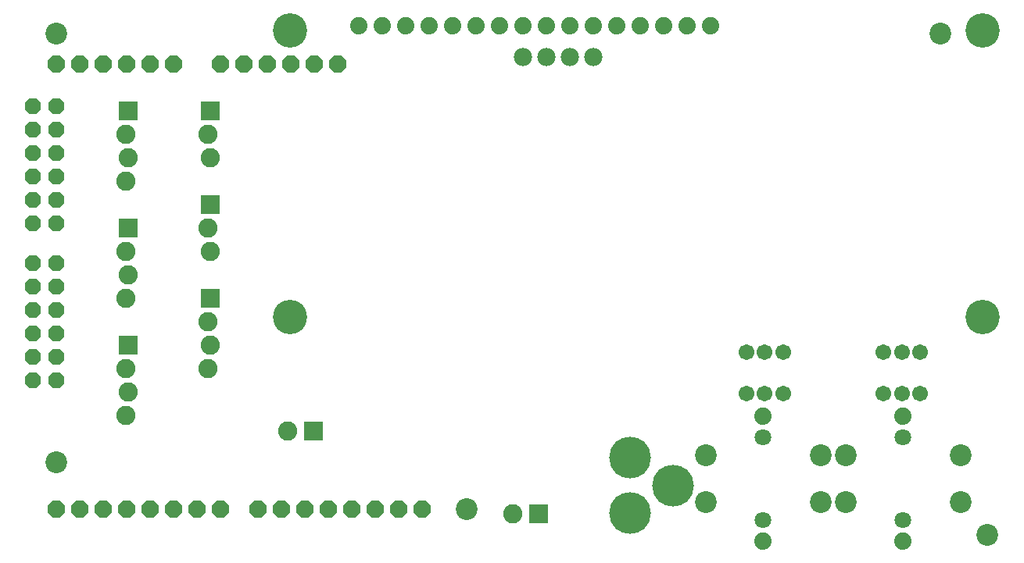
<source format=gbs>
G04 EAGLE Gerber RS-274X export*
G75*
%MOMM*%
%FSLAX34Y34*%
%LPD*%
%INBottom Solder Mask*%
%IPPOS*%
%AMOC8*
5,1,8,0,0,1.08239X$1,22.5*%
G01*
%ADD10C,2.362200*%
%ADD11P,2.034460X8X202.500000*%
%ADD12R,2.082800X2.082800*%
%ADD13C,2.082800*%
%ADD14P,1.869504X8X292.500000*%
%ADD15C,1.879600*%
%ADD16C,1.803200*%
%ADD17C,3.719200*%
%ADD18C,1.981200*%
%ADD19C,1.711200*%
%ADD20C,4.521200*%


D10*
X58420Y86306D03*
X502851Y35506D03*
X58420Y551180D03*
X1066800Y7566D03*
X1016000Y551180D03*
D11*
X159951Y35506D03*
X185351Y518106D03*
X134551Y35506D03*
X109151Y35506D03*
X83751Y35506D03*
X58351Y35506D03*
X185351Y35506D03*
X210751Y35506D03*
X236151Y35506D03*
X276791Y35506D03*
X302191Y35506D03*
X327591Y35506D03*
X352991Y35506D03*
X378391Y35506D03*
X403791Y35506D03*
X429191Y35506D03*
X454591Y35506D03*
X159951Y518106D03*
X134551Y518106D03*
X109151Y518106D03*
X83751Y518106D03*
X58351Y518106D03*
X236151Y518106D03*
X261551Y518106D03*
X286951Y518106D03*
X312351Y518106D03*
X337751Y518106D03*
X363151Y518106D03*
D12*
X224721Y365706D03*
D13*
X222181Y340306D03*
X224721Y314906D03*
D12*
X224721Y467306D03*
D13*
X222181Y441906D03*
X224721Y416506D03*
D12*
X135821Y467306D03*
D13*
X133281Y441906D03*
X135821Y416506D03*
X133281Y391106D03*
D14*
X58420Y472494D03*
X33020Y472494D03*
X58420Y447094D03*
X33020Y447094D03*
X58420Y421694D03*
X33020Y421694D03*
X58420Y396294D03*
X33020Y396294D03*
X58420Y370894D03*
X33020Y370894D03*
X58420Y345494D03*
X33020Y345494D03*
D12*
X336481Y120596D03*
D13*
X308541Y120596D03*
D12*
X224721Y264106D03*
D13*
X222181Y238706D03*
X224721Y213306D03*
X222181Y187906D03*
D14*
X58420Y302206D03*
X33020Y302206D03*
X58420Y276806D03*
X33020Y276806D03*
X58420Y251406D03*
X33020Y251406D03*
X58420Y226006D03*
X33020Y226006D03*
X58420Y200606D03*
X33020Y200606D03*
X58420Y175206D03*
X33020Y175206D03*
D12*
X135821Y340306D03*
D13*
X133281Y314906D03*
X135821Y289506D03*
X133281Y264106D03*
D12*
X135821Y213306D03*
D13*
X133281Y187906D03*
X135821Y162506D03*
X133281Y137106D03*
D10*
X761389Y93587D03*
X886389Y93587D03*
X761389Y43587D03*
X886389Y43587D03*
D15*
X823889Y136087D03*
X823889Y1087D03*
D16*
X823889Y113587D03*
X823889Y23587D03*
D10*
X912960Y93587D03*
X1037960Y93587D03*
X912960Y43587D03*
X1037960Y43587D03*
D15*
X975460Y136087D03*
X975460Y1087D03*
D16*
X975460Y113587D03*
X975460Y23587D03*
D15*
X436945Y559265D03*
X462345Y559265D03*
X487745Y559265D03*
X513145Y559265D03*
X538545Y559265D03*
X563945Y559265D03*
X589345Y559265D03*
X614745Y559265D03*
X640145Y559265D03*
X665545Y559265D03*
X690945Y559265D03*
X716345Y559265D03*
X741745Y559265D03*
X767145Y559265D03*
X411545Y559265D03*
X386145Y559265D03*
D17*
X311145Y244265D03*
X1061145Y244265D03*
X311145Y554265D03*
X1061145Y554265D03*
D18*
X563880Y525780D03*
X589280Y525780D03*
X614680Y525780D03*
X640080Y525780D03*
D12*
X580390Y30480D03*
D13*
X552450Y30480D03*
D19*
X825500Y205740D03*
X845500Y205740D03*
X805500Y205740D03*
X805500Y160740D03*
X825500Y160740D03*
X845500Y160740D03*
X974090Y205740D03*
X994090Y205740D03*
X954090Y205740D03*
X954090Y160740D03*
X974090Y160740D03*
X994090Y160740D03*
D20*
X679450Y91280D03*
X679450Y31280D03*
X726450Y61280D03*
M02*

</source>
